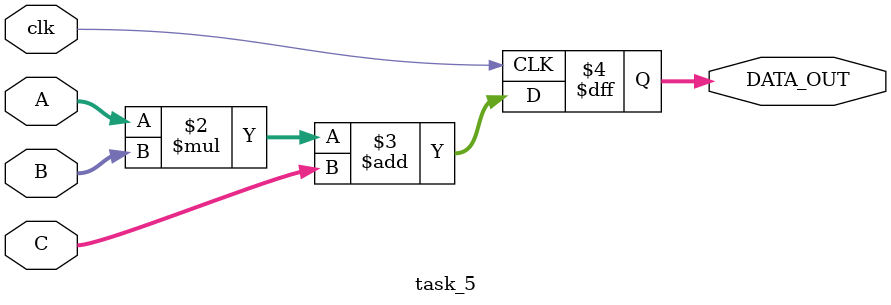
<source format=sv>
module task_5 #(
parameter DATA_WIDTH = 8 // Ïàðàìåòð ðàçðÿäíîñòè øèí äàííûõ
)(
input wire [DATA_WIDTH-1:0] A, // Âõîä A ñ ïàðàìåòðèçîâàííîé ðàçðÿäíîñòüþ
input wire [DATA_WIDTH-1:0] B, // Âõîä B ñ ïàðàìåòðèçîâàííîé ðàçðÿäíîñòüþ
input wire [DATA_WIDTH-1:0] C, // Âõîä C ñ ïàðàìåòðèçîâàííîé ðàçðÿäíîñòüþ
input wire clk, // Âõîä òàêòîâîãî ñèãíàëà
output reg [DATA_WIDTH-1:0] DATA_OUT // Âûõîä äàííûõ ñ ïàðàìåòðèçîâàííîé ðàçðÿäíîñòüþ
);

always @(posedge clk) begin
DATA_OUT <= (A * B) + C; // Âûïîëíÿåì îïåðàöèþ ïðè ïîëîæèòåëüíîì ôðîíòå òàêòîâîãî ñèãíàëà
end

endmodule
</source>
